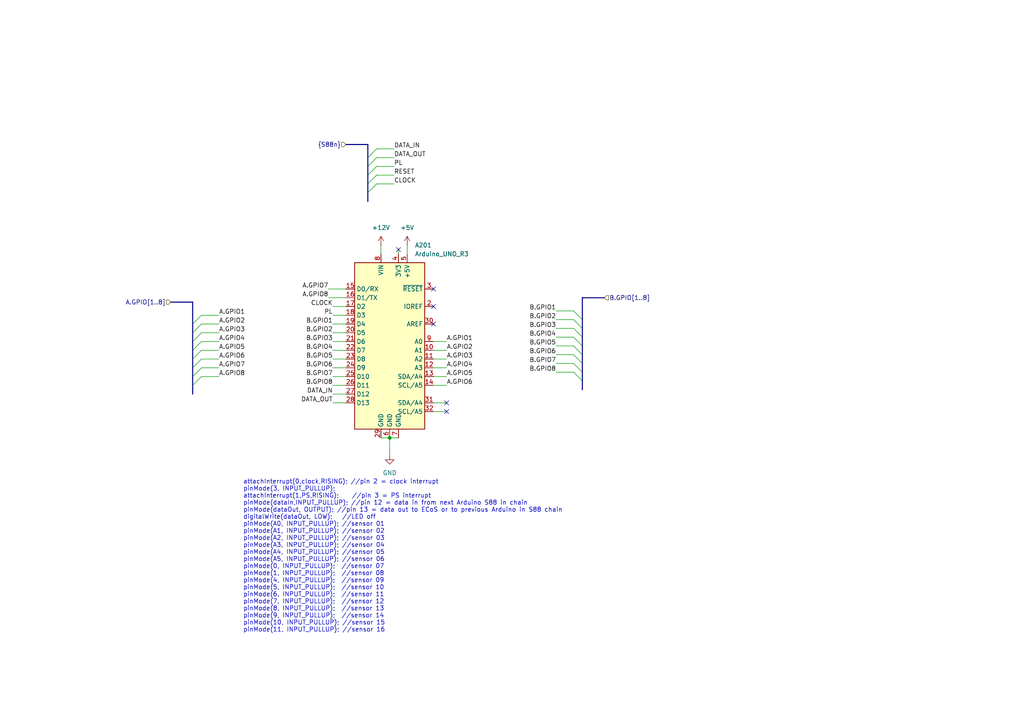
<source format=kicad_sch>
(kicad_sch (version 20231120) (generator "eeschema") (generator_version "8.0")
  (paper "A4")
  (lib_symbols
    (symbol "MCU_Module:Arduino_UNO_R3"
      (property "Reference" "A" (at -10.16 23.495 0))
      (property "Value" "Arduino_UNO_R3" (at 5.08 -26.67 0))
      (symbol "Arduino_UNO_R3_0_1"
        (rectangle (start -10.16 22.86) (end 10.16 -25.4) (stroke (width 0.254)) (fill (type background)))
      )
      (symbol "Arduino_UNO_R3_1_1"
        (pin no_connect line (at -10.16 -20.32 0) (length 2.54) hide (name "NC") (number "1"))
        (pin bidirectional line (at 12.7 -2.54 180) (length 2.54) (name "A1") (number "10"))
        (pin bidirectional line (at 12.7 -5.08 180) (length 2.54) (name "A2") (number "11"))
        (pin bidirectional line (at 12.7 -7.62 180) (length 2.54) (name "A3") (number "12"))
        (pin bidirectional line (at 12.7 -10.16 180) (length 2.54) (name "SDA/A4") (number "13"))
        (pin bidirectional line (at 12.7 -12.7 180) (length 2.54) (name "SCL/A5") (number "14"))
        (pin bidirectional line (at -12.7 15.24 0) (length 2.54) (name "D0/RX") (number "15"))
        (pin bidirectional line (at -12.7 12.7 0) (length 2.54) (name "D1/TX") (number "16"))
        (pin bidirectional line (at -12.7 10.16 0) (length 2.54) (name "D2") (number "17"))
        (pin bidirectional line (at -12.7 7.62 0) (length 2.54) (name "D3") (number "18"))
        (pin bidirectional line (at -12.7 5.08 0) (length 2.54) (name "D4") (number "19"))
        (pin output line (at 12.7 10.16 180) (length 2.54) (name "IOREF") (number "2"))
        (pin bidirectional line (at -12.7 2.54 0) (length 2.54) (name "D5") (number "20"))
        (pin bidirectional line (at -12.7 0 0) (length 2.54) (name "D6") (number "21"))
        (pin bidirectional line (at -12.7 -2.54 0) (length 2.54) (name "D7") (number "22"))
        (pin bidirectional line (at -12.7 -5.08 0) (length 2.54) (name "D8") (number "23"))
        (pin bidirectional line (at -12.7 -7.62 0) (length 2.54) (name "D9") (number "24"))
        (pin bidirectional line (at -12.7 -10.16 0) (length 2.54) (name "D10") (number "25"))
        (pin bidirectional line (at -12.7 -12.7 0) (length 2.54) (name "D11") (number "26"))
        (pin bidirectional line (at -12.7 -15.24 0) (length 2.54) (name "D12") (number "27"))
        (pin bidirectional line (at -12.7 -17.78 0) (length 2.54) (name "D13") (number "28"))
        (pin power_in line (at -2.54 -27.94 90) (length 2.54) (name "GND") (number "29"))
        (pin input line (at 12.7 15.24 180) (length 2.54) (name "~{RESET}") (number "3"))
        (pin input line (at 12.7 5.08 180) (length 2.54) (name "AREF") (number "30"))
        (pin bidirectional line (at 12.7 -17.78 180) (length 2.54) (name "SDA/A4") (number "31"))
        (pin bidirectional line (at 12.7 -20.32 180) (length 2.54) (name "SCL/A5") (number "32"))
        (pin power_out line (at 2.54 25.4 270) (length 2.54) (name "3V3") (number "4"))
        (pin power_out line (at 5.08 25.4 270) (length 2.54) (name "+5V") (number "5"))
        (pin power_in line (at 0 -27.94 90) (length 2.54) (name "GND") (number "6"))
        (pin power_in line (at 2.54 -27.94 90) (length 2.54) (name "GND") (number "7"))
        (pin power_in line (at -2.54 25.4 270) (length 2.54) (name "VIN") (number "8"))
        (pin bidirectional line (at 12.7 0 180) (length 2.54) (name "A0") (number "9"))
      )
    )
    (symbol "power:+12V" (power) (pin_numbers hide) (pin_names (offset 0) hide)
      (property "Value" "+12V" (at 0 3.556 0))
      (symbol "+12V_0_1"
        (polyline (pts (xy -0.762 1.27) (xy 0 2.54)))
        (polyline (pts (xy 0 0) (xy 0 2.54)))
        (polyline (pts (xy 0 2.54) (xy 0.762 1.27)))
      )
      (symbol "+12V_1_1"
        (pin power_in line (at 0 0 90) (length 0) (name "~") (number "1"))
      )
    )
    (symbol "power:+5V" (power) (pin_numbers hide) (pin_names (offset 0) hide)
      (property "Value" "+5V" (at 0 3.556 0))
      (symbol "+5V_0_1"
        (polyline (pts (xy -0.762 1.27) (xy 0 2.54)))
        (polyline (pts (xy 0 0) (xy 0 2.54)))
        (polyline (pts (xy 0 2.54) (xy 0.762 1.27)))
      )
      (symbol "+5V_1_1"
        (pin power_in line (at 0 0 90) (length 0) (name "~") (number "1"))
      )
    )
    (symbol "power:GND" (power) (pin_numbers hide) (pin_names (offset 0) hide)
      (property "Value" "GND" (at 0 -3.81 0))
      (symbol "GND_0_1"
        (polyline (pts (xy 0 0) (xy 0 -1.27) (xy 1.27 -1.27) (xy 0 -2.54) (xy -1.27 -1.27) (xy 0 -1.27)))
      )
      (symbol "GND_1_1"
        (pin power_in line (at 0 0 270) (length 0) (name "~") (number "1"))
      )
    )
  )
  (junction (at 113.03 127))
  (no_connect (at 125.73 88.9))
  (no_connect (at 115.57 72.39))
  (no_connect (at 129.54 116.84))
  (no_connect (at 125.73 83.82))
  (no_connect (at 129.54 119.38))
  (no_connect (at 125.73 93.98))
  (bus_entry (at 168.91 110.49) (size -2.54 -2.54))
  (bus_entry (at 55.88 106.68) (size 2.54 -2.54))
  (bus_entry (at 168.91 100.33) (size -2.54 -2.54))
  (bus_entry (at 106.68 45.72) (size 2.54 -2.54))
  (bus_entry (at 55.88 96.52) (size 2.54 -2.54))
  (bus_entry (at 168.91 107.95) (size -2.54 -2.54))
  (bus_entry (at 106.68 48.26) (size 2.54 -2.54))
  (bus_entry (at 168.91 102.87) (size -2.54 -2.54))
  (bus_entry (at 106.68 55.88) (size 2.54 -2.54))
  (bus_entry (at 55.88 93.98) (size 2.54 -2.54))
  (bus_entry (at 55.88 104.14) (size 2.54 -2.54))
  (bus_entry (at 55.88 109.22) (size 2.54 -2.54))
  (bus_entry (at 55.88 99.06) (size 2.54 -2.54))
  (bus_entry (at 168.91 95.25) (size -2.54 -2.54))
  (bus_entry (at 168.91 92.71) (size -2.54 -2.54))
  (bus_entry (at 106.68 53.34) (size 2.54 -2.54))
  (bus_entry (at 168.91 105.41) (size -2.54 -2.54))
  (bus_entry (at 106.68 50.8) (size 2.54 -2.54))
  (bus_entry (at 168.91 97.79) (size -2.54 -2.54))
  (bus_entry (at 55.88 101.6) (size 2.54 -2.54))
  (bus_entry (at 55.88 111.76) (size 2.54 -2.54))
  (wire (pts (xy 96.52 116.84) (xy 100.33 116.84)))
  (wire (pts (xy 118.11 71.12) (xy 118.11 73.66)))
  (bus (pts (xy 168.91 100.33) (xy 168.91 102.87)))
  (wire (pts (xy 100.33 101.6) (xy 96.52 101.6)))
  (wire (pts (xy 125.73 101.6) (xy 129.54 101.6)))
  (bus (pts (xy 168.91 92.71) (xy 168.91 95.25)))
  (bus (pts (xy 175.26 86.36) (xy 168.91 86.36)))
  (wire (pts (xy 166.37 107.95) (xy 161.29 107.95)))
  (bus (pts (xy 168.91 102.87) (xy 168.91 105.41)))
  (wire (pts (xy 100.33 106.68) (xy 96.52 106.68)))
  (bus (pts (xy 49.53 87.63) (xy 55.88 87.63)))
  (bus (pts (xy 106.68 45.72) (xy 106.68 48.26)))
  (wire (pts (xy 113.03 127) (xy 115.57 127)))
  (wire (pts (xy 95.25 83.82) (xy 100.33 83.82)))
  (wire (pts (xy 109.22 53.34) (xy 114.3 53.34)))
  (bus (pts (xy 55.88 111.76) (xy 55.88 114.3)))
  (wire (pts (xy 113.03 127) (xy 113.03 132.08)))
  (wire (pts (xy 115.57 72.39) (xy 115.57 73.66)))
  (bus (pts (xy 55.88 87.63) (xy 55.88 93.98)))
  (wire (pts (xy 125.73 99.06) (xy 129.54 99.06)))
  (wire (pts (xy 125.73 111.76) (xy 129.54 111.76)))
  (bus (pts (xy 168.91 105.41) (xy 168.91 107.95)))
  (bus (pts (xy 168.91 110.49) (xy 168.91 113.03)))
  (bus (pts (xy 106.68 55.88) (xy 106.68 58.42)))
  (wire (pts (xy 110.49 71.12) (xy 110.49 73.66)))
  (bus (pts (xy 55.88 93.98) (xy 55.88 96.52)))
  (wire (pts (xy 58.42 101.6) (xy 63.5 101.6)))
  (bus (pts (xy 106.68 41.91) (xy 106.68 45.72)))
  (bus (pts (xy 55.88 104.14) (xy 55.88 106.68)))
  (wire (pts (xy 95.25 86.36) (xy 100.33 86.36)))
  (wire (pts (xy 58.42 109.22) (xy 63.5 109.22)))
  (bus (pts (xy 168.91 95.25) (xy 168.91 97.79)))
  (bus (pts (xy 168.91 86.36) (xy 168.91 92.71)))
  (bus (pts (xy 55.88 99.06) (xy 55.88 101.6)))
  (wire (pts (xy 129.54 119.38) (xy 125.73 119.38)))
  (wire (pts (xy 110.49 127) (xy 113.03 127)))
  (wire (pts (xy 96.52 114.3) (xy 100.33 114.3)))
  (wire (pts (xy 166.37 100.33) (xy 161.29 100.33)))
  (wire (pts (xy 109.22 43.18) (xy 114.3 43.18)))
  (bus (pts (xy 55.88 96.52) (xy 55.88 99.06)))
  (wire (pts (xy 109.22 45.72) (xy 114.3 45.72)))
  (wire (pts (xy 58.42 106.68) (xy 63.5 106.68)))
  (bus (pts (xy 168.91 97.79) (xy 168.91 100.33)))
  (wire (pts (xy 100.33 111.76) (xy 96.52 111.76)))
  (wire (pts (xy 100.33 93.98) (xy 96.52 93.98)))
  (wire (pts (xy 125.73 109.22) (xy 129.54 109.22)))
  (wire (pts (xy 58.42 91.44) (xy 63.5 91.44)))
  (wire (pts (xy 58.42 93.98) (xy 63.5 93.98)))
  (wire (pts (xy 166.37 95.25) (xy 161.29 95.25)))
  (bus (pts (xy 106.68 50.8) (xy 106.68 53.34)))
  (wire (pts (xy 166.37 90.17) (xy 161.29 90.17)))
  (wire (pts (xy 58.42 104.14) (xy 63.5 104.14)))
  (wire (pts (xy 100.33 109.22) (xy 96.52 109.22)))
  (bus (pts (xy 168.91 107.95) (xy 168.91 110.49)))
  (wire (pts (xy 100.33 96.52) (xy 96.52 96.52)))
  (wire (pts (xy 109.22 48.26) (xy 114.3 48.26)))
  (bus (pts (xy 55.88 109.22) (xy 55.88 111.76)))
  (wire (pts (xy 100.33 104.14) (xy 96.52 104.14)))
  (bus (pts (xy 106.68 53.34) (xy 106.68 55.88)))
  (wire (pts (xy 125.73 106.68) (xy 129.54 106.68)))
  (wire (pts (xy 125.73 104.14) (xy 129.54 104.14)))
  (bus (pts (xy 100.33 41.91) (xy 106.68 41.91)))
  (wire (pts (xy 166.37 97.79) (xy 161.29 97.79)))
  (bus (pts (xy 55.88 106.68) (xy 55.88 109.22)))
  (wire (pts (xy 96.52 88.9) (xy 100.33 88.9)))
  (wire (pts (xy 96.52 91.44) (xy 100.33 91.44)))
  (wire (pts (xy 166.37 92.71) (xy 161.29 92.71)))
  (wire (pts (xy 58.42 96.52) (xy 63.5 96.52)))
  (wire (pts (xy 166.37 102.87) (xy 161.29 102.87)))
  (wire (pts (xy 100.33 99.06) (xy 96.52 99.06)))
  (wire (pts (xy 58.42 99.06) (xy 63.5 99.06)))
  (wire (pts (xy 166.37 105.41) (xy 161.29 105.41)))
  (wire (pts (xy 129.54 116.84) (xy 125.73 116.84)))
  (bus (pts (xy 106.68 48.26) (xy 106.68 50.8)))
  (bus (pts (xy 55.88 101.6) (xy 55.88 104.14)))
  (wire (pts (xy 109.22 50.8) (xy 114.3 50.8)))
  (text "  attachInterrupt(0,clock,RISING); //pin 2 = clock interrupt\n  pinMode(3, INPUT_PULLUP);\n  attachInterrupt(1,PS,RISING);    //pin 3 = PS interrupt\n  pinMode(dataIn,INPUT_PULLUP); //pin 12 = data in from next Arduino S88 in chain\n  pinMode(dataOut, OUTPUT); //pin 13 = data out to ECoS or to previous Arduino in S88 chain\n  digitalWrite(dataOut, LOW);   //LED off\n  pinMode(A0, INPUT_PULLUP); //sensor 01\n  pinMode(A1, INPUT_PULLUP); //sensor 02\n  pinMode(A2, INPUT_PULLUP); //sensor 03\n  pinMode(A3, INPUT_PULLUP); //sensor 04\n  pinMode(A4, INPUT_PULLUP); //sensor 05\n  pinMode(A5, INPUT_PULLUP); //sensor 06\n  pinMode(0, INPUT_PULLUP);  //sensor 07\n  pinMode(1, INPUT_PULLUP);  //sensor 08\n  pinMode(4, INPUT_PULLUP);  //sensor 09\n  pinMode(5, INPUT_PULLUP);  //sensor 10\n  pinMode(6, INPUT_PULLUP);  //sensor 11\n  pinMode(7, INPUT_PULLUP);  //sensor 12\n  pinMode(8, INPUT_PULLUP);  //sensor 13\n  pinMode(9, INPUT_PULLUP);  //sensor 14\n  pinMode(10, INPUT_PULLUP); //sensor 15\n  pinMode(11, INPUT_PULLUP); //sensor 16" (at 68.58 161.29 0) (effects (font (size 1.27 1.27)) (justify left)))
  (label "A.GPIO2" (at 63.5 93.98 0))
  (label "B.GPIO6" (at 161.29 102.87 180))
  (label "B.GPIO3" (at 96.52 99.06 180))
  (label "DATA_IN" (at 96.52 114.3 180))
  (label "DATA_OUT" (at 114.3 45.72 0))
  (label "B.GPIO3" (at 161.29 95.25 180))
  (label "B.GPIO7" (at 96.52 109.22 180))
  (label "B.GPIO8" (at 161.29 107.95 180))
  (label "B.GPIO2" (at 96.52 96.52 180))
  (label "A.GPIO3" (at 63.5 96.52 0))
  (label "A.GPIO1" (at 129.54 99.06 0))
  (label "A.GPIO4" (at 129.54 106.68 0))
  (label "A.GPIO1" (at 63.5 91.44 0))
  (label "A.GPIO4" (at 63.5 99.06 0))
  (label "RESET" (at 114.3 50.8 0))
  (label "A.GPIO8" (at 63.5 109.22 0))
  (label "CLOCK" (at 114.3 53.34 0))
  (label "B.GPIO5" (at 161.29 100.33 180))
  (label "B.GPIO1" (at 161.29 90.17 180))
  (label "B.GPIO4" (at 96.52 101.6 180))
  (label "A.GPIO3" (at 129.54 104.14 0))
  (label "PL" (at 114.3 48.26 0))
  (label "PL" (at 96.52 91.44 180))
  (label "B.GPIO8" (at 96.52 111.76 180))
  (label "A.GPIO6" (at 63.5 104.14 0))
  (label "B.GPIO5" (at 96.52 104.14 180))
  (label "B.GPIO6" (at 96.52 106.68 180))
  (label "A.GPIO5" (at 129.54 109.22 0))
  (label "A.GPIO2" (at 129.54 101.6 0))
  (label "DATA_IN" (at 114.3 43.18 0))
  (label "B.GPIO7" (at 161.29 105.41 180))
  (label "A.GPIO7" (at 95.25 83.82 180))
  (label "A.GPIO5" (at 63.5 101.6 0))
  (label "DATA_OUT" (at 96.52 116.84 180))
  (label "B.GPIO1" (at 96.52 93.98 180))
  (label "B.GPIO2" (at 161.29 92.71 180))
  (label "CLOCK" (at 96.52 88.9 180))
  (label "A.GPIO6" (at 129.54 111.76 0))
  (label "A.GPIO8" (at 95.25 86.36 180))
  (label "A.GPIO7" (at 63.5 106.68 0))
  (label "B.GPIO4" (at 161.29 97.79 180))
  (hierarchical_label "B.GPIO[1..8]" (shape input) (at 175.26 86.36 0))
  (hierarchical_label "{S88n}" (shape input) (at 100.33 41.91 180))
  (hierarchical_label "A.GPIO[1..8]" (shape input) (at 49.53 87.63 180))
  (symbol (lib_id "MCU_Module:Arduino_UNO_R3") (at 113.03 99.06 0) (unit 1)
    (property "Reference" "A201" (at 120.3041 71.12 0) (effects (justify left)))
    (property "Value" "Arduino_UNO_R3" (at 120.3041 73.66 0) (effects (justify left)))
    (property "Footprint" "Module:Arduino_UNO_R3" (effects (hide yes)))
    (property "Datasheet" "https://www.arduino.cc/en/Main/arduinoBoardUno" (effects (hide yes)))
    (property "Description" "Arduino UNO Microcontroller Module, release 3" (effects (hide yes)))
  )
  (symbol (lib_id "power:GND") (at 113.03 132.08 0) (unit 1)
    (property "Reference" "#PWR0202" (effects (hide yes)))
    (property "Value" "GND" (at 113.03 137.16 0))
    (property "Description" "Power symbol creates a global label with name \"GND\" , ground" (effects (hide yes)))
  )
  (symbol (lib_id "power:+5V") (at 118.11 71.12 0) (unit 1)
    (property "Reference" "#PWR0203" (effects (hide yes)))
    (property "Value" "+5V" (at 118.11 66.04 0))
    (property "Description" "Power symbol creates a global label with name \"+5V\"" (effects (hide yes)))
  )
  (symbol (lib_id "power:+12V") (at 110.49 71.12 0) (unit 1)
    (property "Reference" "#PWR0201" (effects (hide yes)))
    (property "Value" "+12V" (at 110.49 66.04 0))
    (property "Description" "Power symbol creates a global label with name \"+12V\"" (effects (hide yes)))
  )
)
</source>
